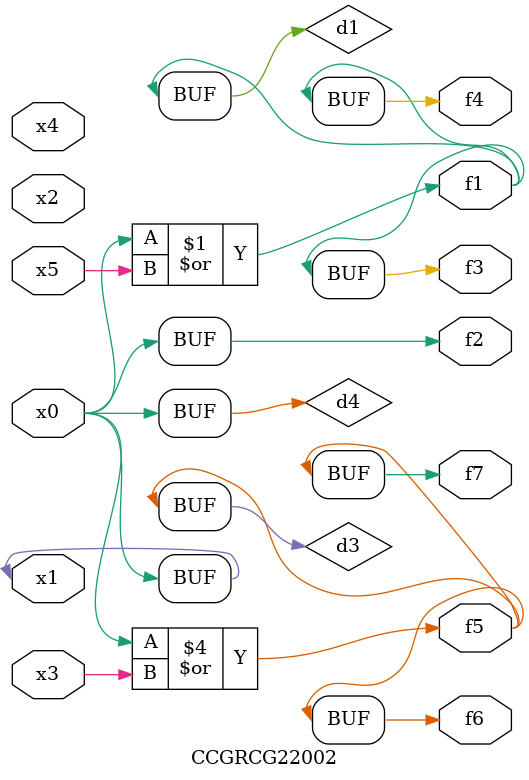
<source format=v>
module CCGRCG22002(
	input x0, x1, x2, x3, x4, x5,
	output f1, f2, f3, f4, f5, f6, f7
);

	wire d1, d2, d3, d4;

	or (d1, x0, x5);
	xnor (d2, x1, x4);
	or (d3, x0, x3);
	buf (d4, x0, x1);
	assign f1 = d1;
	assign f2 = d4;
	assign f3 = d1;
	assign f4 = d1;
	assign f5 = d3;
	assign f6 = d3;
	assign f7 = d3;
endmodule

</source>
